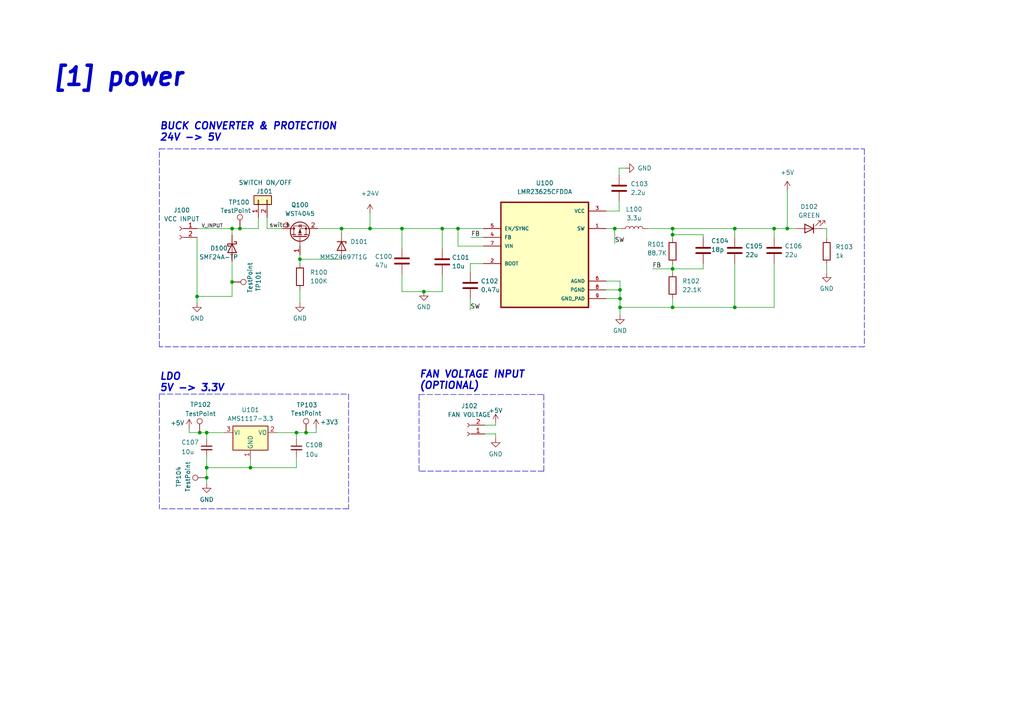
<source format=kicad_sch>
(kicad_sch (version 20211123) (generator eeschema)
  (paper "A4")
  (lib_symbols
    (symbol "Connector:Conn_01x02_Female" (pin_names (offset 1.016) hide)
      (property "Reference" "J" (at 0 2.54 0))
      (property "Value" "Conn_01x02_Female" (at 0 -5.08 0))
      (symbol "Conn_01x02_Female_1_1"
        (arc (start 0 -2.032) (mid -0.508 -2.54) (end 0 -3.048) (stroke (width 0.1524)))
        (polyline (pts (xy -1.27 -2.54) (xy -0.508 -2.54)) (stroke (width 0.1524)))
        (polyline (pts (xy -1.27 0) (xy -0.508 0)) (stroke (width 0.1524)))
        (arc (start 0 0.508) (mid -0.508 0) (end 0 -0.508) (stroke (width 0.1524)))
        (pin passive line (at -5.08 0 0) (length 3.81) (name "Pin_1") (number "1"))
        (pin passive line (at -5.08 -2.54 0) (length 3.81) (name "Pin_2") (number "2"))
      )
    )
    (symbol "Connector:TestPoint" (pin_numbers hide) (pin_names (offset 0.762) hide)
      (property "Reference" "TP" (at 0 6.858 0))
      (property "Value" "TestPoint" (at 0 5.08 0))
      (symbol "TestPoint_0_1"
        (circle (center 0 3.302) (radius 0.762))
      )
      (symbol "TestPoint_1_1"
        (pin passive line (at 0 0 90) (length 2.54) (name "1") (number "1"))
      )
    )
    (symbol "Connector_Generic:Conn_01x02" (pin_names (offset 1.016) hide)
      (property "Reference" "J" (at 0 2.54 0))
      (property "Value" "Conn_01x02" (at 0 -5.08 0))
      (symbol "Conn_01x02_1_1"
        (rectangle (start -1.27 -2.413) (end 0 -2.667) (stroke (width 0.1524)))
        (rectangle (start -1.27 0.127) (end 0 -0.127) (stroke (width 0.1524)))
        (rectangle (start -1.27 1.27) (end 1.27 -3.81) (stroke (width 0.254)) (fill (type background)))
        (pin passive line (at -5.08 0 0) (length 3.81) (name "Pin_1") (number "1"))
        (pin passive line (at -5.08 -2.54 0) (length 3.81) (name "Pin_2") (number "2"))
      )
    )
    (symbol "Device:C" (pin_numbers hide) (pin_names (offset 0.254))
      (property "Reference" "C" (at 0.635 2.54 0))
      (property "Value" "C" (at 0.635 -2.54 0))
      (symbol "C_0_1"
        (polyline (pts (xy -2.032 -0.762) (xy 2.032 -0.762)) (stroke (width 0.508)))
        (polyline (pts (xy -2.032 0.762) (xy 2.032 0.762)) (stroke (width 0.508)))
      )
      (symbol "C_1_1"
        (pin passive line (at 0 3.81 270) (length 2.794) (name "~") (number "1"))
        (pin passive line (at 0 -3.81 90) (length 2.794) (name "~") (number "2"))
      )
    )
    (symbol "Device:C_Small" (pin_numbers hide) (pin_names (offset 0.254) hide)
      (property "Reference" "C" (at 0.254 1.778 0))
      (property "Value" "C_Small" (at 0.254 -2.032 0))
      (symbol "C_Small_0_1"
        (polyline (pts (xy -1.524 -0.508) (xy 1.524 -0.508)) (stroke (width 0.3302)))
        (polyline (pts (xy -1.524 0.508) (xy 1.524 0.508)) (stroke (width 0.3048)))
      )
      (symbol "C_Small_1_1"
        (pin passive line (at 0 2.54 270) (length 2.032) (name "~") (number "1"))
        (pin passive line (at 0 -2.54 90) (length 2.032) (name "~") (number "2"))
      )
    )
    (symbol "Device:D_Schottky" (pin_numbers hide) (pin_names (offset 1.016) hide)
      (property "Reference" "D" (at 0 2.54 0))
      (property "Value" "D_Schottky" (at 0 -2.54 0))
      (symbol "D_Schottky_0_1"
        (polyline (pts (xy 1.27 0) (xy -1.27 0)))
        (polyline (pts (xy 1.27 1.27) (xy 1.27 -1.27) (xy -1.27 0) (xy 1.27 1.27)) (stroke (width 0.254)))
        (polyline (pts (xy -1.905 0.635) (xy -1.905 1.27) (xy -1.27 1.27) (xy -1.27 -1.27) (xy -0.635 -1.27) (xy -0.635 -0.635)) (stroke (width 0.254)))
      )
      (symbol "D_Schottky_1_1"
        (pin passive line (at -3.81 0 0) (length 2.54) (name "K") (number "1"))
        (pin passive line (at 3.81 0 180) (length 2.54) (name "A") (number "2"))
      )
    )
    (symbol "Device:D_Zener" (pin_numbers hide) (pin_names (offset 1.016) hide)
      (property "Reference" "D" (at 0 2.54 0))
      (property "Value" "D_Zener" (at 0 -2.54 0))
      (symbol "D_Zener_0_1"
        (polyline (pts (xy 1.27 0) (xy -1.27 0)))
        (polyline (pts (xy -1.27 -1.27) (xy -1.27 1.27) (xy -0.762 1.27)) (stroke (width 0.254)))
        (polyline (pts (xy 1.27 -1.27) (xy 1.27 1.27) (xy -1.27 0) (xy 1.27 -1.27)) (stroke (width 0.254)))
      )
      (symbol "D_Zener_1_1"
        (pin passive line (at -3.81 0 0) (length 2.54) (name "K") (number "1"))
        (pin passive line (at 3.81 0 180) (length 2.54) (name "A") (number "2"))
      )
    )
    (symbol "Device:L" (pin_numbers hide) (pin_names (offset 1.016) hide)
      (property "Reference" "L" (at -1.27 0 90))
      (property "Value" "L" (at 1.905 0 90))
      (symbol "L_0_1"
        (arc (start 0 -2.54) (mid 0.635 -1.905) (end 0 -1.27))
        (arc (start 0 -1.27) (mid 0.635 -0.635) (end 0 0))
        (arc (start 0 0) (mid 0.635 0.635) (end 0 1.27))
        (arc (start 0 1.27) (mid 0.635 1.905) (end 0 2.54))
      )
      (symbol "L_1_1"
        (pin passive line (at 0 3.81 270) (length 1.27) (name "1") (number "1"))
        (pin passive line (at 0 -3.81 90) (length 1.27) (name "2") (number "2"))
      )
    )
    (symbol "Device:LED" (pin_numbers hide) (pin_names (offset 1.016) hide)
      (property "Reference" "D" (at 0 2.54 0))
      (property "Value" "LED" (at 0 -2.54 0))
      (symbol "LED_0_1"
        (polyline (pts (xy -1.27 -1.27) (xy -1.27 1.27)) (stroke (width 0.254)))
        (polyline (pts (xy -1.27 0) (xy 1.27 0)))
        (polyline (pts (xy 1.27 -1.27) (xy 1.27 1.27) (xy -1.27 0) (xy 1.27 -1.27)) (stroke (width 0.254)))
        (polyline (pts (xy -3.048 -0.762) (xy -4.572 -2.286) (xy -3.81 -2.286) (xy -4.572 -2.286) (xy -4.572 -1.524)))
        (polyline (pts (xy -1.778 -0.762) (xy -3.302 -2.286) (xy -2.54 -2.286) (xy -3.302 -2.286) (xy -3.302 -1.524)))
      )
      (symbol "LED_1_1"
        (pin passive line (at -3.81 0 0) (length 2.54) (name "K") (number "1"))
        (pin passive line (at 3.81 0 180) (length 2.54) (name "A") (number "2"))
      )
    )
    (symbol "Device:R" (pin_numbers hide) (pin_names (offset 0))
      (property "Reference" "R" (at 2.032 0 90))
      (property "Value" "R" (at 0 0 90))
      (symbol "R_0_1"
        (rectangle (start -1.016 -2.54) (end 1.016 2.54) (stroke (width 0.254)))
      )
      (symbol "R_1_1"
        (pin passive line (at 0 3.81 270) (length 1.27) (name "~") (number "1"))
        (pin passive line (at 0 -3.81 90) (length 1.27) (name "~") (number "2"))
      )
    )
    (symbol "LMR23625:LMR23625CFDDA" (pin_names (offset 1.016))
      (property "Reference" "U" (at -12.7 16.24 0))
      (property "Value" "LMR23625CFDDA" (at -12.7 -19.24 0))
      (symbol "LMR23625CFDDA_0_0"
        (rectangle (start -12.7 -15.24) (end 12.7 15.24) (stroke (width 0.41)) (fill (type background)))
        (pin output line (at 17.78 7.62 180) (length 5.08) (name "SW") (number "1"))
        (pin bidirectional line (at -17.78 -2.54 0) (length 5.08) (name "BOOT") (number "2"))
        (pin power_in line (at 17.78 12.7 180) (length 5.08) (name "VCC") (number "3"))
        (pin input line (at -17.78 5.08 0) (length 5.08) (name "FB") (number "4"))
        (pin input line (at -17.78 7.62 0) (length 5.08) (name "EN/SYNC") (number "5"))
        (pin power_in line (at 17.78 -7.62 180) (length 5.08) (name "AGND") (number "6"))
        (pin input line (at -17.78 2.54 0) (length 5.08) (name "VIN") (number "7"))
        (pin power_in line (at 17.78 -10.16 180) (length 5.08) (name "PGND") (number "8"))
      )
      (symbol "LMR23625CFDDA_1_1"
        (pin power_in line (at 17.78 -12.7 180) (length 5.08) (name "GND_PAD") (number "9"))
      )
    )
    (symbol "Regulator_Linear:AMS1117-3.3" (pin_names (offset 0.254))
      (property "Reference" "U" (at -3.81 3.175 0))
      (property "Value" "AMS1117-3.3" (at 0 3.175 0))
      (symbol "AMS1117-3.3_0_1"
        (rectangle (start -5.08 -5.08) (end 5.08 1.905) (stroke (width 0.254)) (fill (type background)))
      )
      (symbol "AMS1117-3.3_1_1"
        (pin power_in line (at 0 -7.62 90) (length 2.54) (name "GND") (number "1"))
        (pin power_out line (at 7.62 0 180) (length 2.54) (name "VO") (number "2"))
        (pin power_in line (at -7.62 0 0) (length 2.54) (name "VI") (number "3"))
      )
    )
    (symbol "Transistor_FET:AO3401A" (pin_names hide)
      (property "Reference" "Q" (at 5.08 1.905 0))
      (property "Value" "AO3401A" (at 5.08 0 0))
      (symbol "AO3401A_0_1"
        (polyline (pts (xy 0.254 0) (xy -2.54 0)))
        (polyline (pts (xy 0.254 1.905) (xy 0.254 -1.905)) (stroke (width 0.254)))
        (polyline (pts (xy 0.762 -1.27) (xy 0.762 -2.286)) (stroke (width 0.254)))
        (polyline (pts (xy 0.762 0.508) (xy 0.762 -0.508)) (stroke (width 0.254)))
        (polyline (pts (xy 0.762 2.286) (xy 0.762 1.27)) (stroke (width 0.254)))
        (polyline (pts (xy 2.54 2.54) (xy 2.54 1.778)))
        (polyline (pts (xy 2.54 -2.54) (xy 2.54 0) (xy 0.762 0)))
        (polyline (pts (xy 0.762 1.778) (xy 3.302 1.778) (xy 3.302 -1.778) (xy 0.762 -1.778)))
        (polyline (pts (xy 2.286 0) (xy 1.27 0.381) (xy 1.27 -0.381) (xy 2.286 0)) (fill (type outline)))
        (polyline (pts (xy 2.794 -0.508) (xy 2.921 -0.381) (xy 3.683 -0.381) (xy 3.81 -0.254)))
        (polyline (pts (xy 3.302 -0.381) (xy 2.921 0.254) (xy 3.683 0.254) (xy 3.302 -0.381)))
        (circle (center 1.651 0) (radius 2.794) (stroke (width 0.254)))
        (circle (center 2.54 -1.778) (radius 0.254) (fill (type outline)))
        (circle (center 2.54 1.778) (radius 0.254) (fill (type outline)))
      )
      (symbol "AO3401A_1_1"
        (pin input line (at -5.08 0 0) (length 2.54) (name "G") (number "1"))
        (pin passive line (at 2.54 -5.08 90) (length 2.54) (name "S") (number "2"))
        (pin passive line (at 2.54 5.08 270) (length 2.54) (name "D") (number "3"))
      )
    )
    (symbol "power:+24V" (power) (pin_names (offset 0))
      (property "Value" "+24V" (at 0 3.556 0))
      (symbol "+24V_0_1"
        (polyline (pts (xy -0.762 1.27) (xy 0 2.54)))
        (polyline (pts (xy 0 0) (xy 0 2.54)))
        (polyline (pts (xy 0 2.54) (xy 0.762 1.27)))
      )
      (symbol "+24V_1_1"
        (pin power_in line (at 0 0 90) (length 0) hide (name "+24V") (number "1"))
      )
    )
    (symbol "power:+3V3" (power) (pin_names (offset 0))
      (property "Value" "+3V3" (at 0 3.556 0))
      (symbol "+3V3_0_1"
        (polyline (pts (xy -0.762 1.27) (xy 0 2.54)))
        (polyline (pts (xy 0 0) (xy 0 2.54)))
        (polyline (pts (xy 0 2.54) (xy 0.762 1.27)))
      )
      (symbol "+3V3_1_1"
        (pin power_in line (at 0 0 90) (length 0) hide (name "+3V3") (number "1"))
      )
    )
    (symbol "power:+5V" (power) (pin_names (offset 0))
      (property "Value" "+5V" (at 0 3.556 0))
      (symbol "+5V_0_1"
        (polyline (pts (xy -0.762 1.27) (xy 0 2.54)))
        (polyline (pts (xy 0 0) (xy 0 2.54)))
        (polyline (pts (xy 0 2.54) (xy 0.762 1.27)))
      )
      (symbol "+5V_1_1"
        (pin power_in line (at 0 0 90) (length 0) hide (name "+5V") (number "1"))
      )
    )
    (symbol "power:GND" (power) (pin_names (offset 0))
      (property "Value" "GND" (at 0 -3.81 0))
      (symbol "GND_0_1"
        (polyline (pts (xy 0 0) (xy 0 -1.27) (xy 1.27 -1.27) (xy 0 -2.54) (xy -1.27 -1.27) (xy 0 -1.27)))
      )
      (symbol "GND_1_1"
        (pin power_in line (at 0 0 270) (length 0) hide (name "GND") (number "1"))
      )
    )
  )
  (junction (at 179.832 86.614))
  (junction (at 85.979 125.476))
  (junction (at 195.072 77.978))
  (junction (at 224.536 66.294))
  (junction (at 57.15 85.979))
  (junction (at 99.06 66.294))
  (junction (at 179.832 84.074))
  (junction (at 195.072 68.072))
  (junction (at 59.944 125.476))
  (junction (at 59.944 138.557))
  (junction (at 228.346 66.294))
  (junction (at 57.912 125.476))
  (junction (at 107.315 66.294))
  (junction (at 195.072 66.294))
  (junction (at 67.31 66.294))
  (junction (at 178.308 66.294))
  (junction (at 69.596 66.294))
  (junction (at 213.106 66.294))
  (junction (at 122.936 84.582))
  (junction (at 67.31 81.788))
  (junction (at 72.644 135.636))
  (junction (at 213.106 89.154))
  (junction (at 88.773 125.476))
  (junction (at 128.27 66.294))
  (junction (at 86.995 75.184))
  (junction (at 116.586 66.294))
  (junction (at 132.842 66.294))
  (junction (at 195.072 89.154))
  (junction (at 59.944 135.636))
  (junction (at 179.832 89.154))
  (wire (pts (xy 195.072 89.154) (xy 179.832 89.154)))
  (wire (pts (xy 116.586 66.294) (xy 116.586 71.882)))
  (wire (pts (xy 178.308 66.294) (xy 180.086 66.294)))
  (wire (pts (xy 132.842 71.374) (xy 132.842 66.294)))
  (wire (pts (xy 238.506 66.294) (xy 239.776 66.294)))
  (wire (pts (xy 195.072 86.614) (xy 195.072 89.154)))
  (wire (pts (xy 213.106 76.454) (xy 213.106 89.154)))
  (wire (pts (xy 99.06 66.294) (xy 92.075 66.294)))
  (wire (pts (xy 239.776 76.708) (xy 239.776 79.248)))
  (wire (pts (xy 224.536 76.454) (xy 224.536 89.154)))
  (wire (pts (xy 140.208 71.374) (xy 132.842 71.374)))
  (wire (pts (xy 213.106 66.294) (xy 224.536 66.294)))
  (polyline (pts (xy 121.539 114.427) (xy 157.734 114.427)))
  (wire (pts (xy 175.768 84.074) (xy 179.832 84.074)))
  (wire (pts (xy 59.944 125.476) (xy 65.024 125.476)))
  (wire (pts (xy 86.995 84.074) (xy 86.995 87.884)))
  (wire (pts (xy 88.773 125.476) (xy 91.694 125.476)))
  (wire (pts (xy 179.832 81.534) (xy 179.832 84.074)))
  (wire (pts (xy 224.536 66.294) (xy 228.346 66.294)))
  (wire (pts (xy 140.208 76.454) (xy 136.398 76.454)))
  (wire (pts (xy 213.106 66.294) (xy 213.106 68.834)))
  (wire (pts (xy 77.47 66.294) (xy 81.915 66.294)))
  (polyline (pts (xy 46.228 114.3) (xy 101.092 114.3)))
  (wire (pts (xy 85.979 135.636) (xy 72.644 135.636)))
  (wire (pts (xy 143.764 123.317) (xy 143.764 122.682)))
  (wire (pts (xy 57.15 68.834) (xy 57.15 85.979)))
  (wire (pts (xy 67.31 66.294) (xy 69.596 66.294)))
  (polyline (pts (xy 121.539 114.427) (xy 121.539 136.652)))
  (wire (pts (xy 80.264 125.476) (xy 85.979 125.476)))
  (wire (pts (xy 175.768 86.614) (xy 179.832 86.614)))
  (polyline (pts (xy 101.092 147.574) (xy 46.228 147.574)))
  (wire (pts (xy 136.398 86.614) (xy 136.398 89.916)))
  (wire (pts (xy 85.979 125.476) (xy 85.979 127.381)))
  (wire (pts (xy 213.106 89.154) (xy 195.072 89.154)))
  (wire (pts (xy 57.15 85.979) (xy 57.15 87.884)))
  (wire (pts (xy 140.589 125.857) (xy 143.764 125.857)))
  (wire (pts (xy 136.652 68.834) (xy 140.208 68.834)))
  (wire (pts (xy 224.536 89.154) (xy 213.106 89.154)))
  (wire (pts (xy 195.072 76.708) (xy 195.072 77.978)))
  (wire (pts (xy 228.346 66.294) (xy 230.886 66.294)))
  (wire (pts (xy 136.398 76.454) (xy 136.398 78.994)))
  (wire (pts (xy 179.832 84.074) (xy 179.832 86.614)))
  (wire (pts (xy 57.15 85.979) (xy 67.31 85.979)))
  (polyline (pts (xy 157.734 114.427) (xy 157.734 136.652)))
  (wire (pts (xy 175.768 81.534) (xy 179.832 81.534)))
  (wire (pts (xy 77.47 63.119) (xy 77.47 66.294)))
  (polyline (pts (xy 157.734 136.652) (xy 121.539 136.652)))
  (wire (pts (xy 116.586 79.502) (xy 116.586 84.582)))
  (wire (pts (xy 67.31 81.788) (xy 67.31 85.979)))
  (wire (pts (xy 132.842 66.294) (xy 140.208 66.294)))
  (wire (pts (xy 85.979 125.476) (xy 88.773 125.476)))
  (wire (pts (xy 179.578 50.8) (xy 179.578 48.768)))
  (wire (pts (xy 189.23 77.978) (xy 195.072 77.978)))
  (wire (pts (xy 224.536 66.294) (xy 224.536 68.834)))
  (wire (pts (xy 179.578 48.768) (xy 181.356 48.768)))
  (polyline (pts (xy 46.228 43.18) (xy 50.8 43.18)))
  (polyline (pts (xy 46.228 114.3) (xy 46.228 147.574)))
  (wire (pts (xy 86.995 75.184) (xy 86.995 76.454)))
  (wire (pts (xy 57.912 125.476) (xy 59.944 125.476)))
  (wire (pts (xy 203.962 68.834) (xy 203.962 68.072)))
  (wire (pts (xy 69.596 66.294) (xy 74.93 66.294)))
  (wire (pts (xy 85.979 132.461) (xy 85.979 135.636)))
  (wire (pts (xy 91.694 125.476) (xy 91.694 124.206)))
  (wire (pts (xy 179.832 86.614) (xy 179.832 89.154)))
  (polyline (pts (xy 101.092 114.3) (xy 101.092 147.574)))
  (wire (pts (xy 128.27 84.582) (xy 122.936 84.582)))
  (wire (pts (xy 203.962 76.454) (xy 203.962 77.978)))
  (wire (pts (xy 195.072 68.072) (xy 195.072 69.088)))
  (polyline (pts (xy 50.8 43.18) (xy 250.698 43.18)))
  (wire (pts (xy 99.06 66.294) (xy 99.06 67.564)))
  (polyline (pts (xy 250.698 100.584) (xy 46.228 100.584)))
  (wire (pts (xy 203.962 77.978) (xy 195.072 77.978)))
  (wire (pts (xy 128.27 79.756) (xy 128.27 84.582)))
  (wire (pts (xy 74.93 63.119) (xy 74.93 66.294)))
  (wire (pts (xy 59.944 135.636) (xy 59.944 138.557)))
  (wire (pts (xy 59.944 132.461) (xy 59.944 135.636)))
  (wire (pts (xy 54.864 124.206) (xy 54.864 125.476)))
  (wire (pts (xy 178.308 66.294) (xy 178.308 70.612)))
  (wire (pts (xy 72.644 135.636) (xy 59.944 135.636)))
  (wire (pts (xy 116.586 66.294) (xy 128.27 66.294)))
  (wire (pts (xy 179.578 61.214) (xy 179.578 58.42)))
  (wire (pts (xy 187.706 66.294) (xy 195.072 66.294)))
  (wire (pts (xy 54.864 125.476) (xy 57.912 125.476)))
  (wire (pts (xy 175.768 61.214) (xy 179.578 61.214)))
  (wire (pts (xy 107.315 66.294) (xy 116.586 66.294)))
  (wire (pts (xy 86.995 75.184) (xy 99.06 75.184)))
  (wire (pts (xy 116.586 84.582) (xy 122.936 84.582)))
  (wire (pts (xy 107.315 61.849) (xy 107.315 66.294)))
  (wire (pts (xy 67.31 75.819) (xy 67.31 81.788)))
  (polyline (pts (xy 250.698 43.18) (xy 250.698 100.584)))
  (wire (pts (xy 99.06 66.294) (xy 107.315 66.294)))
  (wire (pts (xy 143.764 125.857) (xy 143.764 127.127)))
  (wire (pts (xy 195.072 77.978) (xy 195.072 78.994)))
  (wire (pts (xy 59.944 138.557) (xy 59.944 140.335)))
  (polyline (pts (xy 46.228 100.584) (xy 46.228 43.18)))
  (wire (pts (xy 59.944 125.476) (xy 59.944 127.381)))
  (wire (pts (xy 175.768 66.294) (xy 178.308 66.294)))
  (wire (pts (xy 57.15 66.294) (xy 67.31 66.294)))
  (wire (pts (xy 128.27 66.294) (xy 132.842 66.294)))
  (wire (pts (xy 239.776 66.294) (xy 239.776 69.088)))
  (wire (pts (xy 128.27 66.294) (xy 128.27 72.136)))
  (wire (pts (xy 86.995 73.914) (xy 86.995 75.184)))
  (wire (pts (xy 195.072 66.294) (xy 195.072 68.072)))
  (wire (pts (xy 179.832 89.154) (xy 179.832 91.44)))
  (wire (pts (xy 228.346 55.118) (xy 228.346 66.294)))
  (wire (pts (xy 195.072 66.294) (xy 213.106 66.294)))
  (wire (pts (xy 203.962 68.072) (xy 195.072 68.072)))
  (wire (pts (xy 72.644 133.096) (xy 72.644 135.636)))
  (wire (pts (xy 140.589 123.317) (xy 143.764 123.317)))
  (wire (pts (xy 67.31 66.294) (xy 67.31 68.199)))
  (text "LDO\n5V -> 3.3V\n" (at 46.228 113.792 0) (effects (font (size 2.032 2.032) bold italic) (justify left bottom)))
  (text "[1] power" (at 14.986 25.4 0) (effects (font (size 5.08 5.08) bold italic) (justify left bottom)))
  (text "FAN VOLTAGE INPUT \n(OPTIONAL)" (at 121.539 113.157 0) (effects (font (size 2.032 2.032) (thickness 0.4064) bold italic) (justify left bottom)))
  (text "BUCK CONVERTER & PROTECTION\n24V -> 5V" (at 46.228 41.148 0) (effects (font (size 2.032 2.032) bold italic) (justify left bottom)))
  (label "SW" (at 136.398 89.916 0))
  (label "V_INPUT" (at 58.42 66.294 0) (effects (font (size 1.016 1.016))))
  (label "switch" (at 78.105 66.294 0))
  (label "FB" (at 189.23 77.978 0))
  (label "FB" (at 136.652 68.834 0))
  (label "SW" (at 178.308 70.612 0))
  (symbol (lib_id "Connector:TestPoint") (at 67.31 81.788 270) (unit 1)
    (property "Reference" "TP101" (at 74.93 78.486 0) (effects (justify left)))
    (property "Value" "TestPoint" (at 72.517 76.073 0) (effects (justify left)))
    (property "Footprint" "TestPoint:TestPoint_Pad_D2.0mm" (effects hide))
  )
  (symbol (lib_id "Device:C") (at 116.586 75.692 0) (unit 1)
    (property "Reference" "C100" (at 108.712 74.422 0) (effects (justify left)))
    (property "Value" "47u" (at 108.712 76.962 0) (effects (justify left)))
    (property "Footprint" "Capacitor_SMD:C_Elec_6.3x7.7" (effects hide))
    (property "LCSC" "C445060" (effects hide))
  )
  (symbol (lib_id "Device:C") (at 128.27 75.946 0) (unit 1)
    (property "Reference" "C101" (at 131.064 74.676 0) (effects (justify left)))
    (property "Value" "10u" (at 131.064 77.216 0) (effects (justify left)))
    (property "Footprint" "Capacitor_SMD:C_1210_3225Metric" (effects hide))
    (property "LCSC" "C694199" (effects hide))
  )
  (symbol (lib_id "Connector_Generic:Conn_01x02") (at 74.93 58.039 90) (unit 1)
    (property "Reference" "J101" (at 74.295 55.499 90) (effects (justify right)))
    (property "Value" "SWITCH ON/OFF" (at 69.215 52.959 90) (effects (justify right)))
    (property "Footprint" "Connector_PinHeader_2.54mm:PinHeader_1x02_P2.54mm_Vertical" (effects hide))
  )
  (symbol (lib_id "Connector:Conn_01x02_Female") (at 52.07 66.294 0) (mirror y) (unit 1)
    (property "Reference" "J100" (at 52.705 60.96 0))
    (property "Value" "VCC INPUT" (at 52.705 63.5 0))
    (property "Footprint" "Connector_Phoenix_MSTB:PhoenixContact_MSTBA_2,5_2-G-5,08_1x02_P5.08mm_Horizontal" (effects hide))
  )
  (symbol (lib_id "Connector:TestPoint") (at 57.912 125.476 0) (unit 1)
    (property "Reference" "TP102" (at 55.118 117.348 0) (effects (justify left)))
    (property "Value" "TestPoint" (at 53.721 120.015 0) (effects (justify left)))
    (property "Footprint" "TestPoint:TestPoint_Pad_D2.0mm" (effects hide))
  )
  (symbol (lib_id "Connector:TestPoint") (at 59.944 138.557 90) (unit 1)
    (property "Reference" "TP104" (at 51.816 141.351 0) (effects (justify left)))
    (property "Value" "TestPoint" (at 54.483 142.748 0) (effects (justify left)))
    (property "Footprint" "TestPoint:TestPoint_Pad_D2.0mm" (effects hide))
  )
  (symbol (lib_id "power:+3V3") (at 91.694 124.206 0) (unit 1)
    (property "Reference" "#PWR0104" (effects hide))
    (property "Value" "+3V3" (at 95.504 122.428 0))
  )
  (symbol (lib_id "Device:L") (at 183.896 66.294 90) (unit 1)
    (property "Reference" "L100" (at 183.896 60.706 90))
    (property "Value" "3.3u" (at 183.896 63.246 90))
    (property "Footprint" "Jose_:SMD_I_6.6x7.1mm" (effects hide))
    (property "LCSC" "C2847482" (effects hide))
  )
  (symbol (lib_id "Connector:TestPoint") (at 88.773 125.476 0) (unit 1)
    (property "Reference" "TP103" (at 85.979 117.475 0) (effects (justify left)))
    (property "Value" "TestPoint" (at 84.328 119.888 0) (effects (justify left)))
    (property "Footprint" "TestPoint:TestPoint_Pad_D2.0mm" (effects hide))
  )
  (symbol (lib_id "power:GND") (at 57.15 87.884 0) (unit 1)
    (property "Reference" "#PWR0109" (effects hide))
    (property "Value" "GND" (at 57.15 92.329 0))
  )
  (symbol (lib_id "Device:C_Small") (at 85.979 129.921 0) (unit 1)
    (property "Reference" "C108" (at 88.519 129.0509 0) (effects (justify left)))
    (property "Value" "10u" (at 88.519 131.826 0) (effects (justify left)))
    (property "Footprint" "Capacitor_SMD:C_0805_2012Metric" (effects hide))
    (property "LCSC" "C15850" (effects hide))
  )
  (symbol (lib_id "Device:C") (at 213.106 72.644 0) (unit 1)
    (property "Reference" "C105" (at 216.154 71.3739 0) (effects (justify left)))
    (property "Value" "22u" (at 216.154 73.9139 0) (effects (justify left)))
    (property "Footprint" "Capacitor_SMD:C_0805_2012Metric" (effects hide))
    (property "LCSC" "C380338" (effects hide))
  )
  (symbol (lib_id "Device:D_Zener") (at 99.06 71.374 270) (unit 1)
    (property "Reference" "D101" (at 101.6 70.1039 90) (effects (justify left)))
    (property "Value" "MMSZ4697T1G" (at 92.71 74.549 90) (effects (justify left)))
    (property "Footprint" "Diode_SMD:D_SOD-123" (effects hide))
    (property "LCSC" "C48870" (effects hide))
  )
  (symbol (lib_id "power:GND") (at 179.832 91.44 0) (unit 1)
    (property "Reference" "#PWR0103" (effects hide))
    (property "Value" "GND" (at 179.832 95.885 0))
  )
  (symbol (lib_id "Transistor_FET:AO3401A") (at 86.995 68.834 90) (unit 1)
    (property "Reference" "Q100" (at 86.995 59.436 90))
    (property "Value" "WST4045" (at 86.995 61.976 90))
    (property "Footprint" "Package_TO_SOT_SMD:SOT-23" (effects hide))
    (property "Datasheet" "http://www.aosmd.com/pdfs/datasheet/AO3401A.pdf" (effects hide))
    (property "LCSC" "C719073" (effects hide))
  )
  (symbol (lib_id "power:+24V") (at 107.315 61.849 0) (unit 1)
    (property "Reference" "#PWR0108" (effects hide))
    (property "Value" "+24V" (at 107.315 56.134 0))
  )
  (symbol (lib_id "power:GND") (at 239.776 79.248 0) (unit 1)
    (property "Reference" "#PWR0112" (effects hide))
    (property "Value" "GND" (at 239.776 83.693 0))
  )
  (symbol (lib_id "Device:R") (at 195.072 82.804 0) (unit 1)
    (property "Reference" "R102" (at 197.866 81.5339 0) (effects (justify left)))
    (property "Value" "22.1K" (at 197.866 84.0739 0) (effects (justify left)))
    (property "Footprint" "Resistor_SMD:R_0603_1608Metric" (effects hide))
    (property "LCSC" "C137768" (effects hide))
  )
  (symbol (lib_id "power:GND") (at 59.944 140.335 0) (unit 1)
    (property "Reference" "#PWR0105" (effects hide))
    (property "Value" "GND" (at 59.944 144.8975 0))
  )
  (symbol (lib_id "Device:R") (at 239.776 72.898 180) (unit 1)
    (property "Reference" "R103" (at 242.316 71.628 0) (effects (justify right)))
    (property "Value" "1k" (at 242.316 74.168 0) (effects (justify right)))
    (property "Footprint" "Resistor_SMD:R_0603_1608Metric" (effects hide))
    (property "LCSC" "C21190" (effects hide))
  )
  (symbol (lib_id "Device:D_Schottky") (at 67.31 72.009 270) (unit 1)
    (property "Reference" "D100" (at 60.96 72.009 90) (effects (justify left)))
    (property "Value" "SMF24A-TP" (at 57.785 74.549 90) (effects (justify left)))
    (property "Footprint" "Jose_:SOD_123FL" (effects hide))
    (property "LCSC" "C545276" (effects hide))
  )
  (symbol (lib_id "power:GND") (at 122.936 84.582 0) (unit 1)
    (property "Reference" "#PWR0113" (effects hide))
    (property "Value" "GND" (at 122.936 89.027 0))
  )
  (symbol (lib_id "power:+5V") (at 54.864 124.206 0) (unit 1)
    (property "Reference" "#PWR0106" (effects hide))
    (property "Value" "+5V" (at 51.435 122.682 0))
  )
  (symbol (lib_id "power:+5V") (at 143.764 122.682 0) (unit 1)
    (property "Reference" "#PWR0101" (effects hide))
    (property "Value" "+5V" (at 143.764 119.0775 0))
  )
  (symbol (lib_id "power:GND") (at 143.764 127.127 0) (unit 1)
    (property "Reference" "#PWR0102" (effects hide))
    (property "Value" "GND" (at 143.764 131.6895 0))
  )
  (symbol (lib_id "Device:R") (at 195.072 72.898 0) (unit 1)
    (property "Reference" "R101" (at 187.706 70.866 0) (effects (justify left)))
    (property "Value" "88.7K" (at 187.706 73.406 0) (effects (justify left)))
    (property "Footprint" "Resistor_SMD:R_0603_1608Metric" (effects hide))
    (property "LCSC" "C728599" (effects hide))
  )
  (symbol (lib_id "LMR23625:LMR23625CFDDA") (at 157.988 73.914 0) (unit 1)
    (property "Reference" "U100" (at 157.988 53.086 0))
    (property "Value" "LMR23625CFDDA" (at 157.988 55.626 0))
    (property "Footprint" "LMR23625:VREG_LM5017MR_NOPB" (effects hide))
    (property "MF" "Texas Instruments" (effects hide))
    (property "Description" "\nSIMPLE SWITCHER®, 36V 2.5A Synchronous Step-Down Converter\n" (effects hide))
    (property "Package" "HSOIC-8 Texas Instruments" (effects hide))
    (property "Price" "None" (effects hide))
    (property "SnapEDA_Link" "https://www.snapeda.com/parts/LMR23625CFDDA/Texas+Instruments/view-part/?ref=snap" (effects hide))
    (property "MP" "LMR23625CFDDA" (effects hide))
    (property "Purchase-URL" "https://www.snapeda.com/api/url_track_click_mouser/?unipart_id=1241541&manufacturer=Texas Instruments&part_name=LMR23625CFDDA&search_term=lmr23625" (effects hide))
    (property "Availability" "In Stock" (effects hide))
    (property "Check_prices" "https://www.snapeda.com/parts/LMR23625CFDDA/Texas+Instruments/view-part/?ref=eda" (effects hide))
  )
  (symbol (lib_id "Device:C") (at 203.962 72.644 0) (unit 1)
    (property "Reference" "C104" (at 206.248 69.85 0) (effects (justify left)))
    (property "Value" "18p" (at 206.248 72.39 0) (effects (justify left)))
    (property "Footprint" "Capacitor_SMD:C_0805_2012Metric" (effects hide))
    (property "LCSC" "C1854115" (effects hide))
  )
  (symbol (lib_id "Device:C") (at 136.398 82.804 0) (unit 1)
    (property "Reference" "C102" (at 139.446 81.5339 0) (effects (justify left)))
    (property "Value" "0.47u" (at 139.446 84.0739 0) (effects (justify left)))
    (property "Footprint" "Capacitor_SMD:C_0603_1608Metric" (effects hide))
    (property "LCSC" "C342915" (effects hide))
  )
  (symbol (lib_id "Regulator_Linear:AMS1117-3.3") (at 72.644 125.476 0) (unit 1)
    (property "Reference" "U101" (at 72.644 118.872 0))
    (property "Value" "AMS1117-3.3" (at 72.644 121.412 0))
    (property "Footprint" "Package_TO_SOT_SMD:SOT-223-3_TabPin2" (effects hide))
    (property "Datasheet" "http://www.advanced-monolithic.com/pdf/ds1117.pdf" (effects hide))
    (property "LCSC" "C6186" (effects hide))
  )
  (symbol (lib_id "Device:R") (at 86.995 80.264 0) (unit 1)
    (property "Reference" "R100" (at 89.916 78.9939 0) (effects (justify left)))
    (property "Value" "100K" (at 89.916 81.5339 0) (effects (justify left)))
    (property "Footprint" "Resistor_SMD:R_1206_3216Metric" (effects hide))
    (property "LCSC" "C17900" (effects hide))
  )
  (symbol (lib_id "Connector:Conn_01x02_Female") (at 135.509 125.857 180) (unit 1)
    (property "Reference" "J102" (at 136.144 117.729 0))
    (property "Value" "FAN VOLTAGE" (at 136.144 120.269 0))
    (property "Footprint" "Connector_PinHeader_2.54mm:PinHeader_1x02_P2.54mm_Vertical" (effects hide))
  )
  (symbol (lib_id "Device:LED") (at 234.696 66.294 180) (unit 1)
    (property "Reference" "D102" (at 234.696 59.944 0))
    (property "Value" "GREEN" (at 234.696 62.484 0))
    (property "Footprint" "LED_SMD:LED_0603_1608Metric" (effects hide))
    (property "LCSC" "C72043" (effects hide))
  )
  (symbol (lib_id "Connector:TestPoint") (at 69.596 66.294 0) (unit 1)
    (property "Reference" "TP100" (at 66.294 58.674 0) (effects (justify left)))
    (property "Value" "TestPoint" (at 63.881 61.087 0) (effects (justify left)))
    (property "Footprint" "TestPoint:TestPoint_Pad_D2.0mm" (effects hide))
  )
  (symbol (lib_id "power:+5V") (at 228.346 55.118 0) (unit 1)
    (property "Reference" "#PWR0111" (effects hide))
    (property "Value" "+5V" (at 228.346 50.038 0))
  )
  (symbol (lib_id "Device:C") (at 179.578 54.61 0) (unit 1)
    (property "Reference" "C103" (at 182.88 53.3399 0) (effects (justify left)))
    (property "Value" "2.2u" (at 182.88 55.8799 0) (effects (justify left)))
    (property "Footprint" "Capacitor_SMD:C_0603_1608Metric" (effects hide))
    (property "LCSC" "C385892" (effects hide))
  )
  (symbol (lib_id "Device:C_Small") (at 59.944 129.921 0) (unit 1)
    (property "Reference" "C107" (at 52.578 128.2889 0) (effects (justify left)))
    (property "Value" "10u" (at 52.578 131.064 0) (effects (justify left)))
    (property "Footprint" "Capacitor_SMD:C_0805_2012Metric" (effects hide))
    (property "LCSC" "C15850" (effects hide))
  )
  (symbol (lib_id "power:GND") (at 86.995 87.884 0) (unit 1)
    (property "Reference" "#PWR0107" (effects hide))
    (property "Value" "GND" (at 86.995 92.329 0))
  )
  (symbol (lib_id "Device:C") (at 224.536 72.644 0) (unit 1)
    (property "Reference" "C106" (at 227.584 71.3739 0) (effects (justify left)))
    (property "Value" "22u" (at 227.584 73.9139 0) (effects (justify left)))
    (property "Footprint" "Capacitor_SMD:C_0805_2012Metric" (effects hide))
    (property "LCSC" "C380338" (effects hide))
  )
  (symbol (lib_id "power:GND") (at 181.356 48.768 90) (unit 1)
    (property "Reference" "#PWR0110" (effects hide))
    (property "Value" "GND" (at 184.912 48.7679 90) (effects (justify right)))
  )
)
</source>
